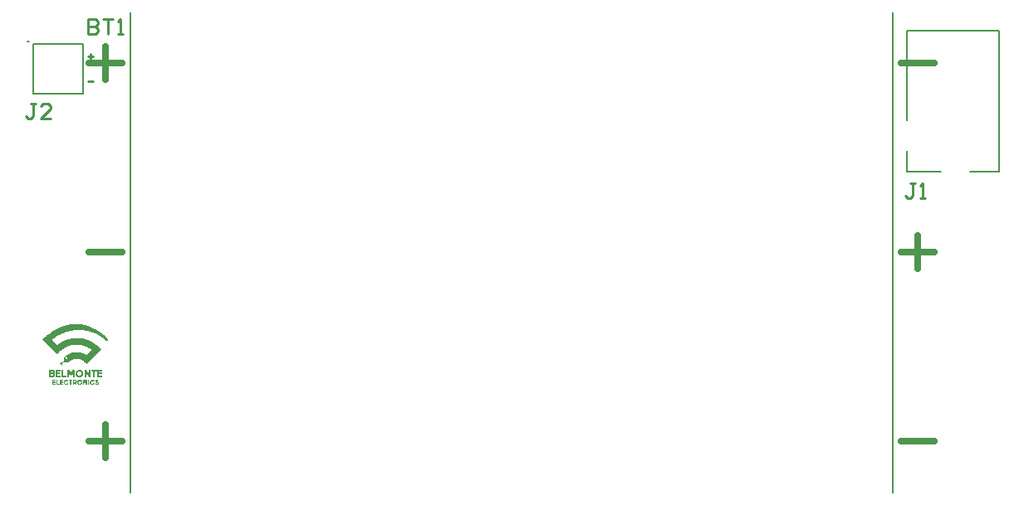
<source format=gto>
G04*
G04 #@! TF.GenerationSoftware,Altium Limited,Altium Designer,22.0.2 (36)*
G04*
G04 Layer_Color=65535*
%FSLAX25Y25*%
%MOIN*%
G70*
G04*
G04 #@! TF.SameCoordinates,B0134727-A30E-443A-9B04-D8BCE479AFC3*
G04*
G04*
G04 #@! TF.FilePolarity,Positive*
G04*
G01*
G75*
%ADD10C,0.00787*%
%ADD11C,0.00500*%
%ADD12C,0.01000*%
%ADD13C,0.02500*%
G36*
X22491Y67455D02*
X23228Y67438D01*
X23277Y67422D01*
X23498Y67397D01*
X23727Y67381D01*
X23907Y67365D01*
X24128Y67340D01*
X24193Y67324D01*
X24357Y67307D01*
X24709Y67250D01*
X24775Y67234D01*
X24955Y67217D01*
X25053Y67201D01*
X25135Y67185D01*
X25266Y67152D01*
X25446Y67119D01*
X25536Y67094D01*
X25601Y67078D01*
X25757Y67054D01*
X25937Y67005D01*
X26019Y66988D01*
X26084Y66972D01*
X26223Y66931D01*
X26289Y66914D01*
X26403Y66882D01*
X26485Y66849D01*
X26551Y66833D01*
X26641Y66808D01*
X26706Y66792D01*
X26845Y66751D01*
X27279Y66595D01*
X27410Y66546D01*
X27484Y66522D01*
X27639Y66464D01*
X27713Y66440D01*
X27795Y66407D01*
X27901Y66366D01*
X28081Y66284D01*
X28147Y66268D01*
X28392Y66170D01*
X28482Y66129D01*
X28548Y66112D01*
X29186Y65801D01*
X29693Y65539D01*
X29988Y65376D01*
X30299Y65212D01*
X30528Y65081D01*
X30577Y65032D01*
X30684Y64991D01*
X30725Y64950D01*
X30806Y64917D01*
X30921Y64852D01*
X30954Y64819D01*
X31101Y64737D01*
X31134Y64705D01*
X31216Y64656D01*
X31371Y64549D01*
X31429Y64508D01*
X31543Y64443D01*
X31576Y64410D01*
X31609Y64394D01*
X31723Y64312D01*
X31805Y64263D01*
X31895Y64189D01*
X31920Y64164D01*
X32067Y64083D01*
X32132Y64017D01*
X32165Y64001D01*
X32280Y63919D01*
X32313Y63902D01*
X32345Y63870D01*
X32378Y63853D01*
X32468Y63780D01*
X32558Y63722D01*
X32648Y63649D01*
X32705Y63608D01*
X32771Y63542D01*
X32804Y63526D01*
X33008Y63371D01*
X33049Y63330D01*
X33082Y63313D01*
X33164Y63231D01*
X33196Y63215D01*
X33401Y63060D01*
X33458Y63002D01*
X33491Y62986D01*
X33573Y62904D01*
X33606Y62888D01*
X33671Y62822D01*
X33704Y62806D01*
X33737Y62773D01*
X33769Y62757D01*
X33851Y62675D01*
X33884Y62659D01*
X33949Y62593D01*
X33982Y62577D01*
X34048Y62511D01*
X34080Y62495D01*
X34105Y62470D01*
X34113Y62446D01*
X34146Y62429D01*
X34375Y62200D01*
X34408Y62184D01*
X34449Y62126D01*
X34498Y62094D01*
X34514Y62061D01*
X34539Y62037D01*
X34571Y62020D01*
X34596Y61996D01*
X34604Y61971D01*
X34637Y61955D01*
X34702Y61889D01*
X34735Y61873D01*
X34858Y61750D01*
X34874Y61717D01*
X35030Y61513D01*
X35153Y61275D01*
X35177Y61169D01*
X35185Y61128D01*
X35169Y61079D01*
X35144Y60989D01*
X35120Y60915D01*
X35071Y60833D01*
X34964Y60727D01*
X34882Y60694D01*
X34768Y60662D01*
X34522Y60678D01*
X34244Y60825D01*
X34195Y60874D01*
X34121Y60915D01*
X34113Y60940D01*
X34080Y60956D01*
X33982Y61054D01*
X33958Y61063D01*
X33941Y61095D01*
X33843Y61161D01*
X33737Y61267D01*
X33704Y61283D01*
X33491Y61496D01*
X33458Y61513D01*
X33377Y61594D01*
X33295Y61644D01*
X33262Y61676D01*
X33229Y61693D01*
X33147Y61774D01*
X33115Y61791D01*
X33000Y61905D01*
X32967Y61922D01*
X32918Y61971D01*
X32804Y62037D01*
X32771Y62069D01*
X32738Y62086D01*
X32689Y62135D01*
X32656Y62151D01*
X32542Y62233D01*
X32509Y62249D01*
X32460Y62298D01*
X32427Y62315D01*
X32362Y62380D01*
X32313Y62397D01*
X32198Y62478D01*
X32165Y62495D01*
X32132Y62528D01*
X32018Y62593D01*
X31838Y62708D01*
X31805Y62724D01*
X31772Y62757D01*
X31560Y62871D01*
X31510Y62920D01*
X31404Y62961D01*
X31363Y63002D01*
X31150Y63117D01*
X31118Y63149D01*
X31011Y63191D01*
X30987Y63215D01*
X30856Y63264D01*
X30823Y63297D01*
X30692Y63346D01*
X30086Y63641D01*
X29775Y63788D01*
X29669Y63829D01*
X29579Y63870D01*
X29489Y63894D01*
X29399Y63935D01*
X29333Y63952D01*
X29219Y64001D01*
X29137Y64034D01*
X29047Y64058D01*
X29022Y64083D01*
X28932Y64107D01*
X28850Y64123D01*
X28711Y64181D01*
X28646Y64197D01*
X28499Y64263D01*
X28376Y64287D01*
X28269Y64328D01*
X28204Y64345D01*
X28114Y64369D01*
X27926Y64426D01*
X27770Y64484D01*
X27688Y64500D01*
X27590Y64516D01*
X27525Y64533D01*
X27443Y64565D01*
X27295Y64582D01*
X27213Y64598D01*
X27074Y64639D01*
X27009Y64656D01*
X26862Y64672D01*
X26812Y64688D01*
X26731Y64721D01*
X26665Y64737D01*
X26485Y64754D01*
X26403Y64786D01*
X26297Y64811D01*
X26068Y64827D01*
X25904Y64860D01*
X25806Y64877D01*
X25446Y64909D01*
X25233Y64942D01*
X25012Y64966D01*
X24513Y64991D01*
X24300Y65007D01*
X24005Y65024D01*
X23580Y65040D01*
X23310Y65048D01*
X23260Y65032D01*
X22573Y65016D01*
X22524Y64999D01*
X21730Y64958D01*
X21517Y64926D01*
X21296Y64901D01*
X21083Y64885D01*
X20952Y64852D01*
X20846Y64827D01*
X20633Y64811D01*
X20371Y64745D01*
X20208Y64729D01*
X20142Y64713D01*
X20060Y64696D01*
X19970Y64672D01*
X19856Y64656D01*
X19725Y64639D01*
X19643Y64606D01*
X19577Y64590D01*
X19463Y64574D01*
X19365Y64557D01*
X19316Y64541D01*
X19201Y64508D01*
X19045Y64484D01*
X18963Y64451D01*
X18890Y64426D01*
X18775Y64410D01*
X18693Y64377D01*
X18579Y64345D01*
X18456Y64320D01*
X18350Y64279D01*
X18243Y64254D01*
X18153Y64214D01*
X18022Y64181D01*
X17908Y64132D01*
X17777Y64099D01*
X17662Y64050D01*
X17597Y64034D01*
X17490Y63993D01*
X17466Y63968D01*
X17359Y63943D01*
X17278Y63911D01*
X17171Y63870D01*
X17106Y63853D01*
X16991Y63804D01*
X16926Y63788D01*
X16893Y63772D01*
X16811Y63722D01*
X16721Y63698D01*
X16696Y63673D01*
X16590Y63632D01*
X16508Y63600D01*
X16418Y63559D01*
X16328Y63534D01*
X16287Y63493D01*
X16222Y63477D01*
X16140Y63428D01*
X16058Y63395D01*
X15583Y63166D01*
X15551Y63149D01*
X15452Y63084D01*
X15387Y63068D01*
X15338Y63019D01*
X15248Y62994D01*
X15223Y62969D01*
X15191Y62953D01*
X14896Y62789D01*
X14667Y62659D01*
X14634Y62626D01*
X14527Y62585D01*
X14487Y62544D01*
X14257Y62413D01*
X14225Y62380D01*
X14159Y62364D01*
X14110Y62315D01*
X14028Y62266D01*
X13881Y62184D01*
X13832Y62135D01*
X13684Y62053D01*
X13595Y61979D01*
X13423Y61856D01*
X13218Y61701D01*
X13128Y61644D01*
X13095Y61611D01*
X13062Y61594D01*
X13030Y61562D01*
X12997Y61545D01*
X12948Y61496D01*
X12915Y61480D01*
X12866Y61431D01*
X12833Y61414D01*
X12768Y61349D01*
X12735Y61333D01*
X12686Y61283D01*
X12653Y61267D01*
X12604Y61218D01*
X12571Y61202D01*
X12530Y61161D01*
X12547Y61128D01*
X12604Y61071D01*
X12637Y61054D01*
X12678Y60997D01*
X13079Y60596D01*
X13103Y60588D01*
X13120Y60555D01*
X13472Y60203D01*
X13496Y60195D01*
X13513Y60162D01*
X14569Y59106D01*
X14634Y59090D01*
X14749Y59155D01*
X14781Y59188D01*
X14896Y59254D01*
X14945Y59303D01*
X14978Y59319D01*
X15010Y59352D01*
X15092Y59385D01*
X15158Y59450D01*
X15191Y59466D01*
X15240Y59516D01*
X15354Y59581D01*
X15444Y59655D01*
X15542Y59720D01*
X15616Y59761D01*
X15649Y59777D01*
X15714Y59843D01*
X15927Y59958D01*
X16074Y60039D01*
X16107Y60072D01*
X16287Y60170D01*
X16434Y60252D01*
X16533Y60318D01*
X16582Y60334D01*
X16615Y60367D01*
X16647Y60383D01*
X16778Y60465D01*
X16844Y60481D01*
X17122Y60612D01*
X17188Y60629D01*
X17220Y60645D01*
X17302Y60694D01*
X17368Y60711D01*
X17679Y60858D01*
X17785Y60899D01*
X17875Y60940D01*
X17941Y60956D01*
X17973Y60989D01*
X18063Y61013D01*
X18129Y61030D01*
X18211Y61063D01*
X18284Y61087D01*
X18350Y61103D01*
X18456Y61144D01*
X18530Y61169D01*
X18685Y61226D01*
X18824Y61267D01*
X18906Y61300D01*
X19217Y61398D01*
X19406Y61439D01*
X19536Y61472D01*
X19618Y61488D01*
X19757Y61513D01*
X19806Y61529D01*
X19938Y61562D01*
X20077Y61586D01*
X20208Y61619D01*
X20298Y61644D01*
X20486Y61668D01*
X20617Y61685D01*
X20715Y61701D01*
X21157Y61750D01*
X21370Y61783D01*
X21517Y61799D01*
X22237Y61816D01*
X23064Y61824D01*
X23113Y61807D01*
X23620Y61791D01*
X23670Y61774D01*
X23989Y61750D01*
X24136Y61734D01*
X24349Y61717D01*
X24513Y61685D01*
X24578Y61668D01*
X24799Y61644D01*
X24865Y61627D01*
X24979Y61611D01*
X25110Y61578D01*
X25315Y61554D01*
X25380Y61537D01*
X25462Y61505D01*
X25544Y61488D01*
X25609Y61472D01*
X25691Y61439D01*
X25822Y61406D01*
X25912Y61382D01*
X26076Y61333D01*
X26289Y61267D01*
X26354Y61251D01*
X26469Y61218D01*
X26575Y61177D01*
X26657Y61144D01*
X26747Y61103D01*
X26902Y61046D01*
X26984Y61013D01*
X27050Y60997D01*
X27123Y60956D01*
X27189Y60940D01*
X27271Y60907D01*
X27385Y60858D01*
X27451Y60842D01*
X27566Y60792D01*
X27598Y60776D01*
X27696Y60711D01*
X27762Y60694D01*
X27811Y60645D01*
X27942Y60596D01*
X27975Y60563D01*
X28081Y60522D01*
X28122Y60481D01*
X28228Y60440D01*
X28580Y60252D01*
X28760Y60138D01*
X28793Y60121D01*
X28891Y60056D01*
X29039Y59974D01*
X29088Y59925D01*
X29170Y59892D01*
X29268Y59827D01*
X29415Y59745D01*
X29464Y59696D01*
X29612Y59614D01*
X29702Y59540D01*
X29726Y59516D01*
X29759Y59499D01*
X29808Y59450D01*
X29890Y59401D01*
X30095Y59246D01*
X30135Y59205D01*
X30250Y59139D01*
X30299Y59090D01*
X30332Y59074D01*
X30365Y59041D01*
X30397Y59025D01*
X30446Y58975D01*
X30528Y58926D01*
X30561Y58894D01*
X30594Y58877D01*
X30708Y58763D01*
X30741Y58746D01*
X30823Y58664D01*
X30856Y58648D01*
X30921Y58583D01*
X30954Y58566D01*
X31019Y58501D01*
X31052Y58484D01*
X31118Y58419D01*
X31150Y58403D01*
X31216Y58337D01*
X31249Y58321D01*
X31380Y58190D01*
X31412Y58173D01*
X31453Y58116D01*
X31502Y58083D01*
X31519Y58051D01*
X31576Y58010D01*
X31600Y57985D01*
X31609Y57961D01*
X31641Y57944D01*
X31870Y57715D01*
X31903Y57699D01*
X32034Y57568D01*
X32067Y57551D01*
X32083Y57519D01*
X32116Y57502D01*
X32173Y57445D01*
X32190Y57412D01*
X32223Y57330D01*
X32239Y57265D01*
X32223Y57134D01*
X32173Y57052D01*
X32124Y57003D01*
X32108Y56970D01*
X32059Y56937D01*
X32042Y56905D01*
X32018Y56880D01*
X31985Y56864D01*
X31944Y56807D01*
X31895Y56774D01*
X31879Y56741D01*
X31854Y56717D01*
X31821Y56700D01*
X31780Y56643D01*
X31748Y56626D01*
X31731Y56594D01*
X31690Y56553D01*
X31666Y56545D01*
X31650Y56512D01*
X31543Y56406D01*
X31519Y56397D01*
X31502Y56365D01*
X31461Y56324D01*
X31437Y56315D01*
X31420Y56283D01*
X31298Y56160D01*
X31273Y56152D01*
X31257Y56119D01*
X28359Y53222D01*
X28351Y53197D01*
X28319Y53181D01*
X28278Y53140D01*
X28269Y53115D01*
X28237Y53099D01*
X28196Y53058D01*
X28188Y53034D01*
X28155Y53017D01*
X28130Y52993D01*
X28114Y52960D01*
X28056Y52919D01*
X28024Y52870D01*
X27991Y52853D01*
X27966Y52829D01*
X27950Y52796D01*
X27893Y52755D01*
X27860Y52706D01*
X27827Y52690D01*
X27786Y52632D01*
X27737Y52600D01*
X27721Y52567D01*
X27664Y52526D01*
X27631Y52477D01*
X27598Y52461D01*
X27549Y52395D01*
X27516Y52379D01*
X27435Y52280D01*
X27385Y52231D01*
X27353Y52215D01*
X27304Y52149D01*
X27279Y52141D01*
X27263Y52109D01*
X26714Y51560D01*
X26682Y51544D01*
X26534Y51478D01*
X26436Y51495D01*
X26289Y51577D01*
X26166Y51699D01*
X26149Y51732D01*
X25879Y52002D01*
X25847Y52019D01*
X25699Y52166D01*
X25667Y52182D01*
X25356Y52493D01*
X25331Y52501D01*
X25315Y52534D01*
X25290Y52559D01*
X25257Y52575D01*
X25208Y52624D01*
X25126Y52673D01*
X25094Y52706D01*
X25061Y52723D01*
X24995Y52788D01*
X24881Y52853D01*
X24652Y53017D01*
X24439Y53115D01*
X24406Y53132D01*
X24112Y53263D01*
X24022Y53287D01*
X23997Y53312D01*
X23882Y53345D01*
X23784Y53361D01*
X23702Y53394D01*
X23588Y53426D01*
X23457Y53443D01*
X23342Y53492D01*
X23179Y53508D01*
X22851Y53525D01*
X22802Y53541D01*
X22131Y53525D01*
X22082Y53508D01*
X21853Y53492D01*
X21804Y53475D01*
X21607Y53426D01*
X21460Y53410D01*
X21345Y53361D01*
X21280Y53345D01*
X21198Y53328D01*
X21116Y53295D01*
X21051Y53279D01*
X20944Y53238D01*
X20641Y53099D01*
X20396Y52968D01*
X20232Y52870D01*
X20199Y52853D01*
X20150Y52804D01*
X20068Y52755D01*
X19954Y52690D01*
X19905Y52641D01*
X19872Y52624D01*
X19806Y52559D01*
X19774Y52542D01*
X19708Y52477D01*
X19676Y52461D01*
X19643Y52428D01*
X19610Y52412D01*
X19520Y52338D01*
X19438Y52289D01*
X19422Y52256D01*
X19381Y52215D01*
X19356Y52207D01*
X19340Y52174D01*
X19299Y52133D01*
X19266Y52117D01*
X19152Y52051D01*
X19119Y52019D01*
X19013Y51994D01*
X18824Y51937D01*
X18268Y51953D01*
X18153Y52002D01*
X18047Y52027D01*
X17973Y52068D01*
X17760Y52182D01*
X17744Y52215D01*
X17711Y52231D01*
X17629Y52313D01*
X17548Y52297D01*
X17499Y52248D01*
X17466Y52231D01*
X17400Y52166D01*
X17368Y52149D01*
X17302Y52084D01*
X17269Y52068D01*
X17220Y52019D01*
X17188Y52002D01*
X17122Y51937D01*
X17040Y51888D01*
X16991Y51838D01*
X16958Y51822D01*
X16885Y51749D01*
X16844Y51642D01*
X16819Y51618D01*
X16795Y51511D01*
X16762Y51429D01*
X16737Y51372D01*
Y51356D01*
X16656Y51143D01*
X16631Y51053D01*
X16590Y50979D01*
X16524Y50865D01*
X16451Y50840D01*
X16320Y50856D01*
X16279Y50897D01*
X16246Y50979D01*
X16279Y51061D01*
X16295Y51126D01*
X16344Y51241D01*
X16361Y51307D01*
X16402Y51413D01*
X16426Y51437D01*
X16451Y51544D01*
X16459Y51568D01*
X16434Y51609D01*
X16189Y51593D01*
X16140Y51577D01*
X16009Y51544D01*
X15788Y51536D01*
X15731Y51577D01*
X15690Y51634D01*
X15673Y51683D01*
X15690Y51781D01*
X15747Y51838D01*
X15812Y51855D01*
X15919Y51880D01*
X16017Y51896D01*
X16148Y51912D01*
X16312Y51945D01*
X16377Y51961D01*
X16476Y51978D01*
X16631Y52002D01*
X16746Y52068D01*
X16844Y52166D01*
X16876Y52182D01*
X16926Y52231D01*
X16958Y52248D01*
X16991Y52280D01*
X17073Y52330D01*
X17188Y52444D01*
X17220Y52461D01*
X17286Y52526D01*
X17319Y52542D01*
X17359Y52583D01*
X17343Y52665D01*
X17310Y52698D01*
X17286Y52804D01*
X17228Y52943D01*
X17220Y53312D01*
X17237Y53459D01*
X17269Y53590D01*
X17335Y53770D01*
X17376Y53860D01*
X17425Y53942D01*
X17490Y54057D01*
X17580Y54179D01*
X17613Y54196D01*
X17695Y54277D01*
X17728Y54294D01*
X17957Y54523D01*
X17990Y54539D01*
X18088Y54638D01*
X18170Y54687D01*
X18219Y54736D01*
X18251Y54752D01*
X18317Y54818D01*
X18350Y54834D01*
X18448Y54900D01*
X18481Y54916D01*
X18546Y54981D01*
X18579Y54998D01*
X18612Y55031D01*
X18718Y55071D01*
X18775Y55129D01*
X18808Y55145D01*
X18955Y55227D01*
X18988Y55260D01*
X19070Y55292D01*
X19103Y55309D01*
X19135Y55342D01*
X19266Y55391D01*
X19299Y55423D01*
X19430Y55472D01*
X19463Y55505D01*
X19569Y55546D01*
X19643Y55587D01*
X19733Y55612D01*
X19806Y55652D01*
X19913Y55693D01*
X20052Y55751D01*
X20142Y55775D01*
X20167Y55800D01*
X20232Y55816D01*
X20338Y55841D01*
X20420Y55874D01*
X20510Y55898D01*
X20576Y55914D01*
X20658Y55947D01*
X20772Y55980D01*
X20887Y55996D01*
X21051Y56045D01*
X21116Y56062D01*
X21394Y56111D01*
X21460Y56127D01*
X21623Y56144D01*
X21828Y56168D01*
X22155Y56185D01*
X23097Y56193D01*
X23146Y56176D01*
X23310Y56160D01*
X23375Y56144D01*
X23604Y56127D01*
X23653Y56111D01*
X23768Y56078D01*
X23940Y56054D01*
X24136Y56005D01*
X24234Y55988D01*
X24300Y55972D01*
X24488Y55914D01*
X24668Y55865D01*
X24734Y55849D01*
X24889Y55792D01*
X25315Y55628D01*
X25397Y55595D01*
X25585Y55505D01*
X25765Y55423D01*
X25798Y55407D01*
X25978Y55309D01*
X26109Y55227D01*
X26223Y55161D01*
X26256Y55129D01*
X26338Y55096D01*
X26403Y55080D01*
X26493Y55137D01*
X26510Y55170D01*
X26632Y55292D01*
X26657Y55301D01*
X26673Y55333D01*
X27025Y55685D01*
X27050Y55693D01*
X27066Y55726D01*
X27173Y55833D01*
X27197Y55841D01*
X27213Y55874D01*
X27418Y56078D01*
X27443Y56086D01*
X27459Y56119D01*
X27566Y56226D01*
X27590Y56234D01*
X27606Y56266D01*
X27647Y56307D01*
X27672Y56315D01*
X27688Y56348D01*
X27811Y56471D01*
X27836Y56479D01*
X27852Y56512D01*
X27958Y56618D01*
X27983Y56626D01*
X27999Y56659D01*
X28040Y56700D01*
X28065Y56708D01*
X28081Y56741D01*
X28204Y56864D01*
X28228Y56872D01*
X28245Y56905D01*
X28286Y56946D01*
X28310Y56954D01*
X28327Y56987D01*
X28417Y57077D01*
X28449Y57093D01*
X28490Y57134D01*
X28441Y57216D01*
X28417Y57240D01*
X28384Y57257D01*
X28294Y57330D01*
X28196Y57380D01*
X28171Y57404D01*
X28089Y57453D01*
X28056Y57486D01*
X27942Y57551D01*
X27827Y57633D01*
X27713Y57699D01*
X27680Y57731D01*
X27435Y57862D01*
X26993Y58108D01*
X26616Y58288D01*
X26534Y58321D01*
X26420Y58370D01*
X26313Y58411D01*
X26223Y58452D01*
X26158Y58468D01*
X26076Y58517D01*
X26010Y58534D01*
X25863Y58599D01*
X25708Y58656D01*
X25577Y58689D01*
X25397Y58754D01*
X25298Y58771D01*
X25233Y58787D01*
X25143Y58828D01*
X25077Y58845D01*
X24963Y58861D01*
X24848Y58910D01*
X24783Y58926D01*
X24635Y58943D01*
X24554Y58975D01*
X24324Y59008D01*
X24226Y59025D01*
X24177Y59041D01*
X24046Y59074D01*
X23842Y59098D01*
X23752Y59123D01*
X23637Y59139D01*
X23375Y59155D01*
X22949Y59172D01*
X22900Y59188D01*
X22589Y59205D01*
X22475Y59188D01*
X21877Y59164D01*
X21533Y59147D01*
X21468Y59131D01*
X21370Y59115D01*
X21304Y59098D01*
X20936Y59057D01*
X20887Y59041D01*
X20764Y59016D01*
X20617Y59000D01*
X20535Y58984D01*
X20453Y58951D01*
X20388Y58934D01*
X20289Y58918D01*
X20208Y58902D01*
X20101Y58861D01*
X19987Y58845D01*
X19856Y58812D01*
X19692Y58763D01*
X19626Y58746D01*
X19594Y58714D01*
X19487Y58689D01*
X19422Y58673D01*
X19316Y58615D01*
X19226Y58591D01*
X19144Y58558D01*
X19054Y58534D01*
X18947Y58493D01*
X18857Y58452D01*
X18775Y58419D01*
X18661Y58370D01*
X18579Y58321D01*
X18497Y58288D01*
X18448Y58272D01*
X18170Y58141D01*
X18137Y58124D01*
X18039Y58059D01*
X17990Y58042D01*
X17891Y57977D01*
X17826Y57961D01*
X17777Y57911D01*
X17695Y57879D01*
X17597Y57813D01*
X17417Y57715D01*
X17384Y57682D01*
X17269Y57617D01*
X17237Y57584D01*
X17155Y57535D01*
X16909Y57371D01*
X16705Y57232D01*
X16664Y57191D01*
X16631Y57175D01*
X16582Y57126D01*
X16500Y57077D01*
X16451Y57028D01*
X16418Y57011D01*
X16369Y56962D01*
X16336Y56946D01*
X16271Y56880D01*
X16238Y56864D01*
X16189Y56815D01*
X16107Y56766D01*
X16058Y56717D01*
X16025Y56700D01*
X15960Y56635D01*
X15927Y56618D01*
X15862Y56553D01*
X15829Y56537D01*
X15763Y56471D01*
X15739Y56463D01*
X15722Y56430D01*
X15641Y56381D01*
X15624Y56348D01*
X15600Y56324D01*
X15567Y56307D01*
X15542Y56283D01*
X15534Y56258D01*
X15502Y56242D01*
X15436Y56176D01*
X15403Y56160D01*
X15010Y55767D01*
X14978Y55751D01*
X14781Y55554D01*
X14749Y55538D01*
X14634Y55472D01*
X14454Y55489D01*
X14421Y55522D01*
X14388Y55538D01*
X14331Y55579D01*
X14315Y55612D01*
X14257Y55652D01*
X14225Y55702D01*
X14192Y55718D01*
X14167Y55743D01*
X14151Y55775D01*
X14094Y55816D01*
X14077Y55849D01*
X14045Y55865D01*
X14004Y55906D01*
X13995Y55931D01*
X13963Y55947D01*
X13922Y55988D01*
X13914Y56013D01*
X13881Y56029D01*
X10427Y59483D01*
X10402Y59491D01*
X10386Y59524D01*
X10345Y59565D01*
X10321Y59573D01*
X10304Y59606D01*
X10263Y59647D01*
X10239Y59655D01*
X10222Y59688D01*
X10198Y59712D01*
X10173Y59720D01*
X10157Y59753D01*
X10116Y59794D01*
X10091Y59802D01*
X10075Y59835D01*
X10034Y59876D01*
X10010Y59884D01*
X9993Y59917D01*
X9952Y59958D01*
X9928Y59966D01*
X9911Y59999D01*
X9887Y60023D01*
X9854Y60039D01*
X9813Y60097D01*
X9764Y60129D01*
X9748Y60162D01*
X9723Y60187D01*
X9691Y60203D01*
X9650Y60260D01*
X9617Y60277D01*
X9600Y60309D01*
X9576Y60334D01*
X9543Y60351D01*
X9502Y60408D01*
X9453Y60440D01*
X9437Y60473D01*
X9412Y60498D01*
X9380Y60514D01*
X9347Y60563D01*
X9314Y60580D01*
X9289Y60604D01*
X9273Y60637D01*
X9216Y60678D01*
X9183Y60727D01*
X9150Y60743D01*
X9109Y60801D01*
X9060Y60833D01*
X9044Y60866D01*
X8987Y60907D01*
X8954Y60956D01*
X8921Y60972D01*
X8897Y60997D01*
X8847Y61079D01*
X8831Y61128D01*
X8815Y61193D01*
X8831Y61324D01*
X8864Y61357D01*
X8913Y61439D01*
X9150Y61676D01*
X9175Y61685D01*
X9191Y61717D01*
X9289Y61799D01*
X9396Y61905D01*
X9420Y61914D01*
X9437Y61946D01*
X9535Y62028D01*
X9560Y62053D01*
X9592Y62069D01*
X9625Y62118D01*
X9658Y62135D01*
X9740Y62217D01*
X9764Y62225D01*
X9781Y62257D01*
X9838Y62298D01*
X9985Y62446D01*
X10010Y62454D01*
X10026Y62487D01*
X10083Y62528D01*
X10231Y62675D01*
X10263Y62691D01*
X10312Y62740D01*
X10345Y62757D01*
X10435Y62830D01*
X10468Y62847D01*
X10484Y62880D01*
X10542Y62920D01*
X10607Y62986D01*
X10640Y63002D01*
X10705Y63068D01*
X10738Y63084D01*
X10787Y63133D01*
X10869Y63182D01*
X10918Y63231D01*
X10951Y63248D01*
X11016Y63313D01*
X11049Y63330D01*
X11098Y63379D01*
X11180Y63428D01*
X11270Y63502D01*
X11295Y63526D01*
X11327Y63542D01*
X11589Y63739D01*
X11622Y63772D01*
X11655Y63788D01*
X11917Y63984D01*
X12007Y64058D01*
X12105Y64123D01*
X12129Y64148D01*
X12211Y64197D01*
X12260Y64246D01*
X12293Y64263D01*
X12326Y64295D01*
X12408Y64328D01*
X12449Y64353D01*
X12457Y64377D01*
X12490Y64394D01*
X12588Y64459D01*
X12702Y64525D01*
X12752Y64574D01*
X12932Y64672D01*
X12981Y64721D01*
X13161Y64819D01*
X13308Y64901D01*
X13341Y64934D01*
X13521Y65032D01*
X13619Y65097D01*
X13684Y65114D01*
X13734Y65163D01*
X14012Y65310D01*
X14257Y65441D01*
X14437Y65539D01*
X14978Y65801D01*
X15387Y65998D01*
X15469Y66031D01*
X15534Y66047D01*
X15714Y66129D01*
X15862Y66194D01*
X15927Y66211D01*
X15960Y66227D01*
X16074Y66276D01*
X16222Y66342D01*
X16328Y66366D01*
X16467Y66423D01*
X16623Y66481D01*
X16696Y66505D01*
X16778Y66538D01*
X17188Y66669D01*
X17449Y66751D01*
X17539Y66775D01*
X17646Y66816D01*
X17752Y66841D01*
X17834Y66874D01*
X17899Y66890D01*
X17981Y66906D01*
X18080Y66923D01*
X18186Y66963D01*
X18382Y66996D01*
X18464Y67029D01*
X18595Y67062D01*
X18710Y67078D01*
X18775Y67094D01*
X18963Y67135D01*
X19127Y67152D01*
X19209Y67168D01*
X19275Y67185D01*
X19438Y67217D01*
X19586Y67234D01*
X19684Y67250D01*
X19766Y67266D01*
X19831Y67283D01*
X20052Y67307D01*
X20183Y67324D01*
X20232Y67340D01*
X20355Y67365D01*
X20519Y67381D01*
X20780Y67397D01*
X20961Y67414D01*
X21091Y67430D01*
X21239Y67446D01*
X21959Y67463D01*
X22442Y67471D01*
X22491Y67455D01*
D02*
G37*
G36*
X32673Y49121D02*
X32681Y48475D01*
X32607Y48450D01*
X32558Y48467D01*
X32362D01*
X31560Y48450D01*
X31519Y48409D01*
X31535Y47984D01*
X31609Y47959D01*
X32574Y47943D01*
X32599Y47853D01*
X32583Y47313D01*
X32509Y47288D01*
X31560Y47272D01*
X31519Y47231D01*
X31535Y46805D01*
X31560Y46780D01*
X32673Y46764D01*
X32697Y46740D01*
X32713Y46674D01*
X32697Y46134D01*
X32673Y46109D01*
X30864Y46101D01*
X30815Y46134D01*
X30831Y49113D01*
X30856Y49138D01*
X32673Y49121D01*
D02*
G37*
G36*
X30545D02*
X30569Y49048D01*
X30553Y48475D01*
X30479Y48450D01*
X30430Y48467D01*
X30414D01*
X29857Y48450D01*
X29816Y48426D01*
X29800Y48311D01*
X29808Y46158D01*
X29775Y46109D01*
X29129Y46101D01*
X29096Y46118D01*
X29080Y46183D01*
X29096Y46248D01*
X29080Y48442D01*
X29006Y48467D01*
X28335Y48483D01*
X28310Y48507D01*
X28327Y49113D01*
X28351Y49138D01*
X30545Y49121D01*
D02*
G37*
G36*
X15935Y49130D02*
X15952Y49064D01*
X15935Y48475D01*
X15878Y48450D01*
X15829Y48467D01*
X14830Y48450D01*
X14789Y48409D01*
X14773Y48344D01*
X14789Y48000D01*
X14830Y47959D01*
X15829Y47943D01*
X15853Y47918D01*
X15845Y47304D01*
X15780Y47288D01*
X14830Y47272D01*
X14789Y47231D01*
X14773Y47165D01*
X14789Y46805D01*
X14863Y46780D01*
X15944Y46764D01*
X15968Y46690D01*
X15976Y46142D01*
X15944Y46109D01*
X14135Y46101D01*
X14086Y46134D01*
X14102Y49130D01*
X14536Y49138D01*
X14552D01*
X15935Y49130D01*
D02*
G37*
G36*
X21705Y49121D02*
X21730Y49048D01*
X21713Y46134D01*
X21689Y46109D01*
X21018Y46126D01*
X20993Y46183D01*
X21010Y46232D01*
X20993Y47689D01*
X20969Y47714D01*
X20920Y47697D01*
X20895Y47673D01*
X20879Y47591D01*
X20846Y47558D01*
X20764Y47411D01*
X20715Y47329D01*
X20682Y47296D01*
X20650Y47214D01*
X20633Y47181D01*
X20601Y47149D01*
X20486Y46936D01*
X20437Y46887D01*
X20396Y46780D01*
X20355Y46740D01*
X20322Y46658D01*
X20281Y46617D01*
X20216Y46600D01*
X20118Y46617D01*
X20060Y46674D01*
X20044Y46740D01*
X19995Y46789D01*
X19962Y46870D01*
X19913Y46920D01*
X19782Y47165D01*
X19749Y47198D01*
X19733Y47263D01*
X19667Y47329D01*
X19635Y47411D01*
X19602Y47444D01*
X19569Y47525D01*
X19536Y47558D01*
X19487Y47689D01*
X19430Y47714D01*
X19389Y47673D01*
X19397Y46175D01*
X19381Y46126D01*
X19316Y46109D01*
X18677Y46126D01*
X18653Y46150D01*
X18669Y49113D01*
X18743Y49138D01*
X19389Y49130D01*
X19406Y49097D01*
X19471Y48998D01*
X19520Y48917D01*
X19553Y48884D01*
X19586Y48802D01*
X19618Y48769D01*
X19749Y48524D01*
X19782Y48491D01*
X19913Y48262D01*
X19995Y48115D01*
X20028Y48082D01*
X20060Y48000D01*
X20093Y47967D01*
X20158Y47853D01*
X20216Y47844D01*
X20289Y47918D01*
X20306Y47984D01*
X20355Y48033D01*
X20420Y48147D01*
X20453Y48180D01*
X20470Y48245D01*
X20502Y48278D01*
X20519Y48311D01*
X20584Y48426D01*
X20633Y48507D01*
X20666Y48540D01*
X20707Y48647D01*
X20748Y48687D01*
X20846Y48884D01*
X20854Y48892D01*
X20911Y48949D01*
X20928Y49015D01*
X21001Y49105D01*
X21018Y49138D01*
X21705Y49121D01*
D02*
G37*
G36*
X28016Y49097D02*
Y47165D01*
Y47149D01*
X28024Y46158D01*
X28007Y46126D01*
X27942Y46109D01*
X27402Y46126D01*
X27361Y46167D01*
X27263Y46347D01*
X27213Y46396D01*
X27148Y46510D01*
X27050Y46674D01*
X27033Y46707D01*
X26952Y46821D01*
X26935Y46854D01*
X26902Y46887D01*
X26886Y46952D01*
X26821Y47018D01*
X26772Y47100D01*
X26706Y47214D01*
X26673Y47247D01*
X26542Y47476D01*
X26493Y47525D01*
X26477Y47574D01*
X26412Y47673D01*
X26395Y47705D01*
X26354Y47746D01*
X26321Y47763D01*
X26305Y47779D01*
X26281Y47754D01*
X26264Y46134D01*
X26240Y46109D01*
X25609Y46101D01*
X25560Y46118D01*
X25544Y46199D01*
X25560Y46248D01*
X25577Y49130D01*
X26272Y49138D01*
X26313Y49097D01*
X26362Y49015D01*
X26428Y48900D01*
X26461Y48868D01*
X26526Y48753D01*
X26624Y48589D01*
X26641Y48557D01*
X26706Y48491D01*
X26821Y48278D01*
X26870Y48229D01*
X26968Y48049D01*
X27017Y48000D01*
X27033Y47934D01*
X27099Y47869D01*
X27213Y47656D01*
X27271Y47648D01*
X27295Y47722D01*
X27312Y49130D01*
X27975Y49138D01*
X28016Y49097D01*
D02*
G37*
G36*
X12866Y49121D02*
X12981Y49105D01*
X13062Y49072D01*
X13169Y49031D01*
X13194Y49007D01*
X13275Y48958D01*
X13447Y48786D01*
X13464Y48753D01*
X13513Y48704D01*
X13529Y48622D01*
X13578Y48573D01*
X13595Y48458D01*
X13611Y48393D01*
X13627Y48278D01*
X13611Y48033D01*
X13595Y47984D01*
X13578Y47902D01*
X13513Y47804D01*
X13529Y47640D01*
X13578Y47591D01*
X13619Y47501D01*
X13644Y47493D01*
X13701Y47337D01*
X13725Y47313D01*
X13742Y47247D01*
X13725Y46772D01*
X13676Y46658D01*
X13595Y46510D01*
X13521Y46420D01*
X13496Y46396D01*
X13480Y46363D01*
X13423Y46322D01*
X13374Y46273D01*
X13357D01*
X13324Y46240D01*
X13292Y46224D01*
X13177Y46175D01*
X13095Y46142D01*
X12866Y46109D01*
X11426Y46126D01*
X11401Y46199D01*
X11417Y46248D01*
X11434Y49130D01*
X12817Y49138D01*
X12866Y49121D01*
D02*
G37*
G36*
X17130Y49064D02*
X17147Y46805D01*
X17220Y46780D01*
X18186D01*
X18284Y46764D01*
X18309Y46740D01*
X18325Y46674D01*
X18309Y46118D01*
X18235Y46093D01*
X18186Y46109D01*
X16492Y46101D01*
X16443Y46134D01*
X16459Y49130D01*
X17106Y49138D01*
X17130Y49064D01*
D02*
G37*
G36*
X23768Y49121D02*
X23956Y49097D01*
X24046Y49072D01*
X24152Y49048D01*
X24234Y49015D01*
X24390Y48941D01*
X24505Y48876D01*
X24537Y48843D01*
X24570Y48827D01*
X24660Y48753D01*
X24717Y48712D01*
X24824Y48606D01*
X24840Y48573D01*
X24889Y48524D01*
X24938Y48442D01*
X24971Y48409D01*
X25004Y48327D01*
X25069Y48229D01*
X25086Y48147D01*
X25135Y48033D01*
Y48016D01*
Y48000D01*
X25151Y47934D01*
X25184Y47820D01*
X25208Y47632D01*
X25216Y47525D01*
X25200Y47476D01*
X25176Y47288D01*
X25151Y47198D01*
X25135Y47132D01*
X25118Y47051D01*
X25053Y46903D01*
X25036Y46870D01*
X25004Y46838D01*
X24971Y46756D01*
X24955Y46723D01*
X24922Y46690D01*
X24905Y46658D01*
X24840Y46592D01*
X24824Y46560D01*
X24685Y46420D01*
X24652Y46404D01*
X24570Y46322D01*
X24537Y46306D01*
X24505Y46273D01*
X24439Y46257D01*
X24390Y46208D01*
X24243Y46142D01*
X24177Y46126D01*
X23964Y46060D01*
X23850Y46044D01*
X23555Y46027D01*
X23506Y46044D01*
X23293Y46060D01*
X23179Y46109D01*
X23088Y46134D01*
X23007Y46167D01*
X22753Y46306D01*
X22704Y46355D01*
X22671Y46371D01*
X22606Y46437D01*
X22573Y46453D01*
X22557Y46486D01*
X22524Y46502D01*
X22499Y46527D01*
X22483Y46560D01*
X22417Y46625D01*
X22401Y46658D01*
X22352Y46707D01*
X22270Y46854D01*
X22188Y47034D01*
X22155Y47165D01*
X22123Y47247D01*
X22106Y47313D01*
X22090Y47574D01*
X22106Y47885D01*
X22172Y48033D01*
X22188Y48147D01*
X22254Y48245D01*
X22270Y48311D01*
X22303Y48344D01*
X22319Y48377D01*
X22385Y48491D01*
X22434Y48540D01*
X22450Y48573D01*
X22499Y48622D01*
X22516Y48655D01*
X22540Y48679D01*
X22573Y48696D01*
X22655Y48777D01*
X22688Y48794D01*
X22737Y48843D01*
X22769Y48859D01*
X22933Y48958D01*
X23015Y48990D01*
X23162Y49056D01*
X23285Y49080D01*
X23375Y49105D01*
X23563Y49130D01*
X23719Y49138D01*
X23768Y49121D01*
D02*
G37*
G36*
X30806Y45062D02*
X30905Y44996D01*
X31003Y44980D01*
X31069Y44914D01*
X31101Y44898D01*
X31126Y44873D01*
X31134Y44849D01*
X31167Y44833D01*
X31208Y44792D01*
X31224Y44759D01*
X31273Y44710D01*
X31289Y44644D01*
X31199Y44554D01*
X31093Y44513D01*
X31052Y44473D01*
X30987Y44456D01*
X30937Y44407D01*
X30897Y44415D01*
X30880Y44448D01*
X30790Y44538D01*
X30643Y44603D01*
X30512Y44587D01*
X30422Y44530D01*
X30406Y44464D01*
X30422Y44399D01*
X30463Y44358D01*
X30610Y44292D01*
X30716Y44251D01*
X30741Y44227D01*
X30864Y44202D01*
X30921Y44178D01*
X30954Y44145D01*
X31019Y44129D01*
X31134Y44047D01*
X31167Y44030D01*
X31273Y43924D01*
X31355Y43744D01*
X31339Y43368D01*
X31273Y43269D01*
X31257Y43237D01*
X31150Y43130D01*
X30905Y43016D01*
X30774Y42983D01*
X30561Y42966D01*
X30512Y42983D01*
X30381Y42999D01*
X30348Y43032D01*
X30283Y43048D01*
X30201Y43065D01*
X30168Y43097D01*
X30086Y43147D01*
X30037Y43196D01*
X30005Y43212D01*
X29947Y43269D01*
X29931Y43319D01*
X29882Y43368D01*
X29865Y43449D01*
X29906Y43507D01*
X29955Y43523D01*
X29988Y43556D01*
X30070Y43589D01*
X30103Y43605D01*
X30168Y43670D01*
X30250Y43654D01*
X30340Y43564D01*
X30356Y43531D01*
X30561Y43441D01*
X30659Y43425D01*
X30708Y43441D01*
X30823Y43507D01*
X30897Y43580D01*
X30880Y43679D01*
X30856Y43703D01*
X30823Y43720D01*
X30790Y43752D01*
X30700Y43777D01*
X30659Y43818D01*
X30545Y43834D01*
X30479Y43850D01*
X30446Y43883D01*
X30365Y43916D01*
X30283Y43932D01*
X30234Y43981D01*
X30152Y44014D01*
X30029Y44137D01*
X29980Y44219D01*
X29972Y44227D01*
X29947Y44301D01*
X29931Y44530D01*
X29947Y44579D01*
X29963Y44710D01*
X30013Y44759D01*
X30062Y44841D01*
X30152Y44931D01*
X30209Y44955D01*
X30217Y44980D01*
X30283Y44996D01*
X30430Y45062D01*
X30545Y45078D01*
X30806Y45062D01*
D02*
G37*
G36*
X28940D02*
X29071Y45045D01*
X29186Y44996D01*
X29252Y44980D01*
X29284Y44947D01*
X29399Y44882D01*
X29546Y44767D01*
X29603Y44710D01*
X29653Y44628D01*
X29702Y44579D01*
X29685Y44530D01*
X29628Y44473D01*
X29538Y44448D01*
X29497Y44407D01*
X29391Y44366D01*
X29366Y44341D01*
X29358Y44333D01*
X29284Y44325D01*
X29260Y44350D01*
X29243Y44382D01*
X29202Y44440D01*
X29170Y44456D01*
X29104Y44522D01*
X28949Y44579D01*
X28867Y44595D01*
X28744Y44603D01*
X28662Y44571D01*
X28531Y44522D01*
X28507Y44497D01*
X28499Y44473D01*
X28466Y44456D01*
X28392Y44399D01*
X28376Y44366D01*
X28302Y44276D01*
X28278Y44186D01*
X28253Y44080D01*
X28245Y43990D01*
X28261Y43940D01*
X28278Y43875D01*
X28302Y43785D01*
X28343Y43744D01*
X28392Y43662D01*
X28482Y43572D01*
X28515Y43556D01*
X28531Y43523D01*
X28687Y43466D01*
X28769Y43449D01*
X28826Y43441D01*
X28875Y43458D01*
X28957Y43474D01*
X29039Y43507D01*
X29120Y43556D01*
X29153Y43589D01*
X29186Y43605D01*
X29243Y43662D01*
X29268Y43720D01*
X29333Y43736D01*
X29513Y43638D01*
X29546Y43605D01*
X29653Y43564D01*
X29685Y43548D01*
X29702Y43482D01*
X29677Y43441D01*
X29644Y43425D01*
X29563Y43294D01*
X29530Y43277D01*
X29464Y43212D01*
X29432Y43196D01*
X29366Y43130D01*
X29284Y43097D01*
X29252Y43065D01*
X29162Y43040D01*
X29080Y43007D01*
X28990Y42983D01*
X28826Y42966D01*
X28605Y42991D01*
X28523Y43024D01*
X28433Y43048D01*
X28368Y43065D01*
X28319Y43114D01*
X28253Y43130D01*
X28212Y43171D01*
X28204Y43196D01*
X28122Y43245D01*
X27999Y43368D01*
X27950Y43449D01*
X27917Y43482D01*
X27836Y43662D01*
X27819Y43760D01*
X27786Y43842D01*
X27770Y44055D01*
X27795Y44243D01*
X27836Y44350D01*
X27852Y44448D01*
X27885Y44481D01*
X27926Y44587D01*
X27966Y44612D01*
X28016Y44693D01*
X28065Y44743D01*
X28081Y44775D01*
X28122Y44816D01*
X28155Y44833D01*
X28245Y44906D01*
X28417Y44996D01*
X28507Y45021D01*
X28613Y45062D01*
X28875Y45078D01*
X28940Y45062D01*
D02*
G37*
G36*
X18366D02*
X18497Y45045D01*
X18612Y44996D01*
X18677Y44980D01*
X18824Y44898D01*
X18873Y44849D01*
X18906Y44833D01*
X19029Y44710D01*
X19045Y44677D01*
X19111Y44612D01*
X19127Y44563D01*
X19094Y44530D01*
X19078Y44497D01*
X19054Y44473D01*
X18988Y44456D01*
X18955Y44440D01*
X18906Y44391D01*
X18841Y44374D01*
X18792Y44325D01*
X18751Y44317D01*
X18718Y44333D01*
X18702Y44366D01*
X18595Y44473D01*
X18563Y44489D01*
X18546Y44522D01*
X18431Y44554D01*
X18350Y44587D01*
X18235Y44603D01*
X18112Y44579D01*
X17957Y44505D01*
X17949Y44497D01*
X17924Y44473D01*
X17842Y44423D01*
X17801Y44366D01*
X17719Y44219D01*
X17687Y44137D01*
X17703Y43859D01*
X17785Y43711D01*
X17818Y43679D01*
X17867Y43597D01*
X17957Y43539D01*
X18071Y43490D01*
X18153Y43458D01*
X18260Y43449D01*
X18358Y43466D01*
X18464Y43507D01*
X18513Y43523D01*
X18546Y43556D01*
X18579Y43572D01*
X18653Y43630D01*
X18669Y43662D01*
X18702Y43679D01*
X18718Y43711D01*
X18743Y43736D01*
X18808Y43720D01*
X18841Y43687D01*
X18923Y43654D01*
X18955Y43638D01*
X18988Y43605D01*
X19070Y43572D01*
X19103Y43556D01*
X19127Y43531D01*
X19111Y43449D01*
X19037Y43359D01*
X18972Y43277D01*
X18939Y43261D01*
X18906Y43212D01*
X18873Y43196D01*
X18824Y43147D01*
X18743Y43114D01*
X18710Y43097D01*
X18677Y43065D01*
X18571Y43040D01*
X18431Y42983D01*
X18268Y42966D01*
X18031Y42991D01*
X17949Y43024D01*
X17875Y43048D01*
X17809Y43065D01*
X17760Y43114D01*
X17654Y43155D01*
X17597Y43212D01*
X17564Y43228D01*
X17458Y43335D01*
X17441Y43368D01*
X17376Y43433D01*
X17359Y43482D01*
X17294Y43580D01*
X17278Y43662D01*
X17228Y43777D01*
X17220Y44080D01*
X17237Y44309D01*
X17278Y44399D01*
X17327Y44530D01*
X17359Y44563D01*
X17425Y44677D01*
X17474Y44726D01*
X17482Y44751D01*
X17515Y44767D01*
X17597Y44849D01*
X17629Y44865D01*
X17679Y44914D01*
X17760Y44931D01*
X17785Y44955D01*
X17793Y44980D01*
X17859Y44996D01*
X17941Y45013D01*
X18055Y45062D01*
X18317Y45078D01*
X18366Y45062D01*
D02*
G37*
G36*
X26649D02*
X26673Y45037D01*
X26665Y44898D01*
X26673Y43531D01*
Y43515D01*
X26665Y43163D01*
X26673Y43089D01*
X26632Y43048D01*
X26272Y43065D01*
X26248Y43089D01*
X26231Y43122D01*
X26182Y43171D01*
X26133Y43253D01*
X26068Y43368D01*
X26035Y43400D01*
X25904Y43630D01*
X25871Y43662D01*
X25830Y43752D01*
X25806Y43760D01*
X25675Y43990D01*
X25642Y44022D01*
X25601Y44112D01*
X25552Y44129D01*
X25511Y44088D01*
X25519Y43081D01*
X25487Y43048D01*
X25045Y43065D01*
X25020Y43089D01*
X25028Y43212D01*
X25020Y44906D01*
X25036Y44955D01*
X25020Y45004D01*
X25036Y45054D01*
X25110Y45078D01*
X25519Y45062D01*
X25544Y45037D01*
X25569Y44980D01*
X25593Y44972D01*
X25724Y44743D01*
X25757Y44710D01*
X25789Y44628D01*
X25839Y44579D01*
X25888Y44497D01*
X25961Y44358D01*
X25994Y44341D01*
X26084Y44170D01*
X26109Y44112D01*
X26174Y44129D01*
X26191Y45062D01*
X26240Y45078D01*
X26649Y45062D01*
D02*
G37*
G36*
X27516D02*
X27541Y45037D01*
X27525Y44906D01*
Y44890D01*
X27533Y43081D01*
X27500Y43048D01*
X27058Y43065D01*
X27050Y45054D01*
X27074Y45078D01*
X27516Y45062D01*
D02*
G37*
G36*
X22049D02*
X22196Y44996D01*
X22229Y44980D01*
X22278Y44931D01*
X22311Y44914D01*
X22417Y44808D01*
X22434Y44775D01*
X22467Y44743D01*
X22483Y44677D01*
X22548Y44530D01*
X22532Y44153D01*
X22499Y44120D01*
X22450Y43990D01*
X22401Y43940D01*
X22385Y43908D01*
X22311Y43834D01*
X22278Y43818D01*
X22254Y43777D01*
X22319Y43679D01*
X22336Y43613D01*
X22385Y43564D01*
X22417Y43482D01*
X22450Y43449D01*
X22491Y43343D01*
X22532Y43302D01*
X22573Y43196D01*
X22647Y43122D01*
X22630Y43056D01*
X22131Y43048D01*
X22090Y43089D01*
X22074Y43138D01*
X22041Y43171D01*
X22000Y43277D01*
X21943Y43335D01*
X21926Y43417D01*
X21861Y43482D01*
X21828Y43564D01*
X21795Y43597D01*
X21755Y43670D01*
X21525Y43654D01*
X21501Y43580D01*
X21517Y43515D01*
X21509Y43163D01*
X21517Y43089D01*
X21476Y43048D01*
X21034Y43065D01*
X21010Y43089D01*
X21026Y43253D01*
Y44382D01*
Y44399D01*
X21018Y45029D01*
X21034Y45062D01*
X21100Y45078D01*
X22049Y45062D01*
D02*
G37*
G36*
X20772D02*
X20797Y45037D01*
X20789Y44914D01*
X20797Y44792D01*
X20780Y44743D01*
X20797Y44693D01*
X20780Y44644D01*
X20756Y44620D01*
X20298Y44603D01*
X20273Y44579D01*
X20257Y43056D01*
X19839Y43048D01*
X19815Y43073D01*
X19798Y44595D01*
X19774Y44620D01*
X19545D01*
X19299Y44636D01*
X19275Y44661D01*
X19291Y45054D01*
X19316Y45078D01*
X20772Y45062D01*
D02*
G37*
G36*
X17024D02*
X17048Y45037D01*
X17032Y44628D01*
X16295Y44612D01*
X16263Y44579D01*
X16279Y44317D01*
X16304Y44292D01*
X16958Y44276D01*
X16983Y44219D01*
X16966Y44170D01*
X16950Y43842D01*
X16295Y43826D01*
X16263Y43793D01*
X16279Y43515D01*
X17032Y43499D01*
X17048Y43449D01*
X17032Y43056D01*
X16369Y43048D01*
X16353D01*
X15796Y43065D01*
X15772Y43122D01*
X15788Y43171D01*
X15780Y45029D01*
X15796Y45062D01*
X15862Y45078D01*
X17024Y45062D01*
D02*
G37*
G36*
X14765D02*
X14781Y43539D01*
X14814Y43507D01*
X15551Y43490D01*
X15559Y43384D01*
Y43368D01*
X15567Y43097D01*
X15534Y43048D01*
X14323Y43065D01*
X14315Y45054D01*
X14339Y45078D01*
X14765Y45062D01*
D02*
G37*
G36*
X13979D02*
X13987Y44644D01*
X13963Y44620D01*
X13226Y44603D01*
X13202Y44579D01*
X13218Y44317D01*
X13243Y44292D01*
X13897Y44276D01*
X13922Y44251D01*
X13905Y44088D01*
X13914Y43883D01*
X13881Y43834D01*
X13226Y43818D01*
X13202Y43793D01*
X13218Y43531D01*
X13243Y43507D01*
X13979Y43490D01*
X14004Y43466D01*
X13987Y43056D01*
X12768Y43048D01*
X12743Y43073D01*
X12760Y45070D01*
X13128Y45078D01*
X13144D01*
X13979Y45062D01*
D02*
G37*
G36*
X23972Y45054D02*
X24112Y44996D01*
X24193Y44980D01*
X24226Y44947D01*
X24349Y44890D01*
X24365Y44857D01*
X24423Y44816D01*
X24595Y44644D01*
X24644Y44563D01*
X24676Y44481D01*
X24742Y44333D01*
X24758Y44170D01*
X24775Y44104D01*
X24758Y43777D01*
X24742Y43728D01*
X24725Y43662D01*
X24611Y43449D01*
X24570Y43376D01*
X24537Y43359D01*
X24455Y43261D01*
X24431Y43237D01*
X24423Y43228D01*
X24390Y43196D01*
X24357Y43179D01*
X24308Y43130D01*
X24226Y43097D01*
X24193Y43065D01*
X24128Y43048D01*
X24046Y43032D01*
X23932Y42983D01*
X23670Y42966D01*
X23620Y42983D01*
X23490Y42999D01*
X23375Y43048D01*
X23310Y43065D01*
X23260Y43114D01*
X23154Y43155D01*
X23113Y43196D01*
X23080Y43212D01*
X22958Y43335D01*
X22941Y43368D01*
X22876Y43433D01*
X22859Y43482D01*
X22827Y43515D01*
X22794Y43597D01*
X22777Y43662D01*
X22728Y43777D01*
X22720Y44080D01*
X22737Y44309D01*
X22777Y44399D01*
X22827Y44530D01*
X22859Y44563D01*
X22925Y44677D01*
X22974Y44726D01*
X22982Y44751D01*
X23015Y44767D01*
X23097Y44849D01*
X23130Y44865D01*
X23179Y44914D01*
X23260Y44931D01*
X23285Y44955D01*
X23293Y44980D01*
X23359Y44996D01*
X23440Y45013D01*
X23555Y45062D01*
X23768Y45078D01*
X23972Y45054D01*
D02*
G37*
%LPC*%
G36*
X18382Y54294D02*
X18211Y54253D01*
X18080Y54188D01*
X18014Y54073D01*
X17981Y53991D01*
X17957Y53901D01*
X17949Y53844D01*
X17981Y53762D01*
X18080Y53582D01*
X18104Y53557D01*
X18186Y53508D01*
X18268Y53475D01*
X18546Y53492D01*
X18571Y53516D01*
X18579Y53541D01*
X18612Y53557D01*
X18734Y53680D01*
X18767Y53811D01*
Y53909D01*
Y53926D01*
X18751Y54024D01*
X18628Y54196D01*
X18448Y54277D01*
X18382Y54294D01*
D02*
G37*
G36*
X12735Y48467D02*
X12179Y48450D01*
X12138Y48409D01*
X12154Y48000D01*
X12195Y47959D01*
X12833Y47976D01*
X12850D01*
X12882Y47992D01*
X12907Y48016D01*
X12923Y48049D01*
X12956Y48082D01*
X12989Y48213D01*
X12972Y48311D01*
X12907Y48377D01*
X12891Y48409D01*
X12866Y48434D01*
X12735Y48467D01*
D02*
G37*
G36*
X12850Y47321D02*
X12179Y47304D01*
X12154Y47280D01*
X12138Y47214D01*
X12154Y46821D01*
X12195Y46780D01*
X12948Y46797D01*
X12989Y46838D01*
X12997Y46846D01*
X13054Y46903D01*
X13071Y46969D01*
X13054Y47198D01*
X12964Y47288D01*
X12850Y47321D01*
D02*
G37*
G36*
X23719Y48417D02*
X23440Y48401D01*
X23359Y48368D01*
X23179Y48270D01*
X23121Y48229D01*
X23113Y48221D01*
X23080Y48205D01*
X23064Y48172D01*
X23039Y48164D01*
X23023Y48131D01*
X22941Y48049D01*
X22908Y47967D01*
X22876Y47934D01*
X22851Y47828D01*
X22818Y47746D01*
X22802Y47648D01*
X22794Y47509D01*
X22810Y47460D01*
X22835Y47370D01*
X22859Y47296D01*
X22876Y47214D01*
X22925Y47165D01*
X22941Y47132D01*
X23056Y46985D01*
X23097Y46944D01*
X23130Y46928D01*
X23179Y46879D01*
X23391Y46780D01*
X23481Y46756D01*
X23563Y46740D01*
X23719Y46731D01*
X23768Y46748D01*
X23874Y46772D01*
X23940Y46789D01*
X24022Y46821D01*
X24046Y46846D01*
X24161Y46911D01*
X24300Y47051D01*
X24316Y47083D01*
X24382Y47149D01*
X24398Y47231D01*
X24447Y47280D01*
X24464Y47444D01*
X24480Y47558D01*
X24464Y47787D01*
X24447Y47836D01*
X24316Y48082D01*
X24243Y48172D01*
X24177Y48237D01*
X24144Y48254D01*
X24112Y48287D01*
X24079Y48303D01*
X23899Y48385D01*
X23833Y48401D01*
X23719Y48417D01*
D02*
G37*
G36*
X21902Y44620D02*
X21525Y44603D01*
X21501Y44530D01*
X21517Y44464D01*
X21509Y44178D01*
X21542Y44145D01*
X21607Y44129D01*
X21967Y44145D01*
X22074Y44251D01*
X22082Y44276D01*
X22090Y44284D01*
X22074Y44513D01*
X22049Y44538D01*
X22016Y44554D01*
X21967Y44603D01*
X21902Y44620D01*
D02*
G37*
G36*
X23784Y44603D02*
X23620Y44587D01*
X23440Y44489D01*
X23334Y44415D01*
X23318Y44382D01*
X23285Y44350D01*
X23187Y44137D01*
X23203Y43859D01*
X23285Y43711D01*
X23318Y43679D01*
X23367Y43597D01*
X23457Y43539D01*
X23571Y43490D01*
X23653Y43458D01*
X23719Y43441D01*
X23735D01*
X23874Y43466D01*
X24030Y43539D01*
X24062Y43572D01*
X24136Y43613D01*
X24152Y43646D01*
X24202Y43695D01*
X24267Y43810D01*
X24300Y43891D01*
X24284Y44219D01*
X24234Y44268D01*
X24193Y44374D01*
X24152Y44399D01*
X24136Y44431D01*
X24112Y44456D01*
X24079Y44473D01*
X23981Y44538D01*
X23874Y44579D01*
X23784Y44603D01*
D02*
G37*
%LPD*%
D10*
X3394Y181000D02*
X2606D01*
X3394D01*
X380906Y128622D02*
X392618D01*
Y131280D01*
Y185315D01*
X355610Y128622D02*
X369488D01*
X355610D02*
Y137185D01*
Y149469D02*
Y185315D01*
X392618D01*
D11*
X25000Y160000D02*
Y180000D01*
X5000Y160000D02*
Y180000D01*
Y160000D02*
X25000D01*
X5000Y180000D02*
X25000D01*
X44147Y-200D02*
Y192800D01*
X350053D02*
X350053Y-200D01*
D12*
X27000Y175000D02*
X29000D01*
X28000Y176000D02*
Y174000D01*
X27000Y165000D02*
X29000D01*
X27002Y189999D02*
Y184001D01*
X30001D01*
X31001Y185001D01*
Y186000D01*
X30001Y187000D01*
X27002D01*
X30001D01*
X31001Y188000D01*
Y188999D01*
X30001Y189999D01*
X27002D01*
X33000D02*
X36999D01*
X35000D01*
Y184001D01*
X38998D02*
X40998D01*
X39998D01*
Y189999D01*
X38998Y188999D01*
X6000Y155999D02*
X4001D01*
X5001D01*
Y151001D01*
X4001Y150001D01*
X3001D01*
X2002Y151001D01*
X11998Y150001D02*
X8000D01*
X11998Y154000D01*
Y154999D01*
X10999Y155999D01*
X8999D01*
X8000Y154999D01*
X359200Y124099D02*
X357201D01*
X358200D01*
Y119101D01*
X357201Y118101D01*
X356201D01*
X355201Y119101D01*
X361199Y118101D02*
X363199D01*
X362199D01*
Y124099D01*
X361199Y123099D01*
D13*
X353435Y96300D02*
X366764D01*
X360100Y102964D02*
Y89635D01*
X353435Y20300D02*
X366764D01*
X353435Y172300D02*
X366764D01*
X27435Y96300D02*
X40764D01*
X27435Y20300D02*
X40764D01*
X34100Y26965D02*
Y13635D01*
X27435Y172300D02*
X40764D01*
X34100Y178964D02*
Y165636D01*
M02*

</source>
